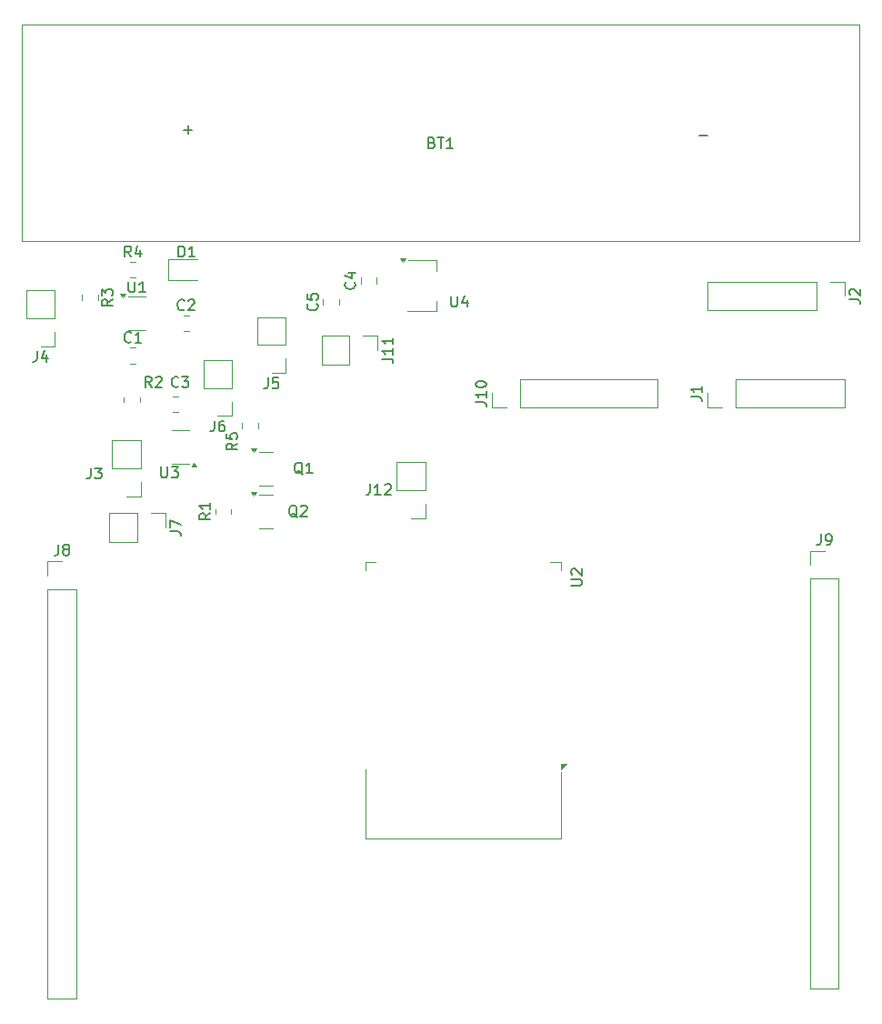
<source format=gbr>
%TF.GenerationSoftware,KiCad,Pcbnew,8.0.1*%
%TF.CreationDate,2024-04-05T23:37:33+02:00*%
%TF.ProjectId,power_system_board,706f7765-725f-4737-9973-74656d5f626f,rev?*%
%TF.SameCoordinates,Original*%
%TF.FileFunction,Legend,Top*%
%TF.FilePolarity,Positive*%
%FSLAX46Y46*%
G04 Gerber Fmt 4.6, Leading zero omitted, Abs format (unit mm)*
G04 Created by KiCad (PCBNEW 8.0.1) date 2024-04-05 23:37:33*
%MOMM*%
%LPD*%
G01*
G04 APERTURE LIST*
%ADD10C,0.150000*%
%ADD11C,0.120000*%
G04 APERTURE END LIST*
D10*
X142836779Y-57988866D02*
X143598684Y-57988866D01*
X94836779Y-57488866D02*
X95598684Y-57488866D01*
X95217731Y-57869819D02*
X95217731Y-57107914D01*
X119738095Y-72954819D02*
X119738095Y-73764342D01*
X119738095Y-73764342D02*
X119785714Y-73859580D01*
X119785714Y-73859580D02*
X119833333Y-73907200D01*
X119833333Y-73907200D02*
X119928571Y-73954819D01*
X119928571Y-73954819D02*
X120119047Y-73954819D01*
X120119047Y-73954819D02*
X120214285Y-73907200D01*
X120214285Y-73907200D02*
X120261904Y-73859580D01*
X120261904Y-73859580D02*
X120309523Y-73764342D01*
X120309523Y-73764342D02*
X120309523Y-72954819D01*
X121214285Y-73288152D02*
X121214285Y-73954819D01*
X120976190Y-72907200D02*
X120738095Y-73621485D01*
X120738095Y-73621485D02*
X121357142Y-73621485D01*
X92738095Y-88854819D02*
X92738095Y-89664342D01*
X92738095Y-89664342D02*
X92785714Y-89759580D01*
X92785714Y-89759580D02*
X92833333Y-89807200D01*
X92833333Y-89807200D02*
X92928571Y-89854819D01*
X92928571Y-89854819D02*
X93119047Y-89854819D01*
X93119047Y-89854819D02*
X93214285Y-89807200D01*
X93214285Y-89807200D02*
X93261904Y-89759580D01*
X93261904Y-89759580D02*
X93309523Y-89664342D01*
X93309523Y-89664342D02*
X93309523Y-88854819D01*
X93690476Y-88854819D02*
X94309523Y-88854819D01*
X94309523Y-88854819D02*
X93976190Y-89235771D01*
X93976190Y-89235771D02*
X94119047Y-89235771D01*
X94119047Y-89235771D02*
X94214285Y-89283390D01*
X94214285Y-89283390D02*
X94261904Y-89331009D01*
X94261904Y-89331009D02*
X94309523Y-89426247D01*
X94309523Y-89426247D02*
X94309523Y-89664342D01*
X94309523Y-89664342D02*
X94261904Y-89759580D01*
X94261904Y-89759580D02*
X94214285Y-89807200D01*
X94214285Y-89807200D02*
X94119047Y-89854819D01*
X94119047Y-89854819D02*
X93833333Y-89854819D01*
X93833333Y-89854819D02*
X93738095Y-89807200D01*
X93738095Y-89807200D02*
X93690476Y-89759580D01*
X130909819Y-99896904D02*
X131719342Y-99896904D01*
X131719342Y-99896904D02*
X131814580Y-99849285D01*
X131814580Y-99849285D02*
X131862200Y-99801666D01*
X131862200Y-99801666D02*
X131909819Y-99706428D01*
X131909819Y-99706428D02*
X131909819Y-99515952D01*
X131909819Y-99515952D02*
X131862200Y-99420714D01*
X131862200Y-99420714D02*
X131814580Y-99373095D01*
X131814580Y-99373095D02*
X131719342Y-99325476D01*
X131719342Y-99325476D02*
X130909819Y-99325476D01*
X131005057Y-98896904D02*
X130957438Y-98849285D01*
X130957438Y-98849285D02*
X130909819Y-98754047D01*
X130909819Y-98754047D02*
X130909819Y-98515952D01*
X130909819Y-98515952D02*
X130957438Y-98420714D01*
X130957438Y-98420714D02*
X131005057Y-98373095D01*
X131005057Y-98373095D02*
X131100295Y-98325476D01*
X131100295Y-98325476D02*
X131195533Y-98325476D01*
X131195533Y-98325476D02*
X131338390Y-98373095D01*
X131338390Y-98373095D02*
X131909819Y-98944523D01*
X131909819Y-98944523D02*
X131909819Y-98325476D01*
X89700595Y-71604819D02*
X89700595Y-72414342D01*
X89700595Y-72414342D02*
X89748214Y-72509580D01*
X89748214Y-72509580D02*
X89795833Y-72557200D01*
X89795833Y-72557200D02*
X89891071Y-72604819D01*
X89891071Y-72604819D02*
X90081547Y-72604819D01*
X90081547Y-72604819D02*
X90176785Y-72557200D01*
X90176785Y-72557200D02*
X90224404Y-72509580D01*
X90224404Y-72509580D02*
X90272023Y-72414342D01*
X90272023Y-72414342D02*
X90272023Y-71604819D01*
X91272023Y-72604819D02*
X90700595Y-72604819D01*
X90986309Y-72604819D02*
X90986309Y-71604819D01*
X90986309Y-71604819D02*
X90891071Y-71747676D01*
X90891071Y-71747676D02*
X90795833Y-71842914D01*
X90795833Y-71842914D02*
X90700595Y-71890533D01*
X99804819Y-86666666D02*
X99328628Y-86999999D01*
X99804819Y-87238094D02*
X98804819Y-87238094D01*
X98804819Y-87238094D02*
X98804819Y-86857142D01*
X98804819Y-86857142D02*
X98852438Y-86761904D01*
X98852438Y-86761904D02*
X98900057Y-86714285D01*
X98900057Y-86714285D02*
X98995295Y-86666666D01*
X98995295Y-86666666D02*
X99138152Y-86666666D01*
X99138152Y-86666666D02*
X99233390Y-86714285D01*
X99233390Y-86714285D02*
X99281009Y-86761904D01*
X99281009Y-86761904D02*
X99328628Y-86857142D01*
X99328628Y-86857142D02*
X99328628Y-87238094D01*
X98804819Y-85761904D02*
X98804819Y-86238094D01*
X98804819Y-86238094D02*
X99281009Y-86285713D01*
X99281009Y-86285713D02*
X99233390Y-86238094D01*
X99233390Y-86238094D02*
X99185771Y-86142856D01*
X99185771Y-86142856D02*
X99185771Y-85904761D01*
X99185771Y-85904761D02*
X99233390Y-85809523D01*
X99233390Y-85809523D02*
X99281009Y-85761904D01*
X99281009Y-85761904D02*
X99376247Y-85714285D01*
X99376247Y-85714285D02*
X99614342Y-85714285D01*
X99614342Y-85714285D02*
X99709580Y-85761904D01*
X99709580Y-85761904D02*
X99757200Y-85809523D01*
X99757200Y-85809523D02*
X99804819Y-85904761D01*
X99804819Y-85904761D02*
X99804819Y-86142856D01*
X99804819Y-86142856D02*
X99757200Y-86238094D01*
X99757200Y-86238094D02*
X99709580Y-86285713D01*
X89933333Y-69304819D02*
X89600000Y-68828628D01*
X89361905Y-69304819D02*
X89361905Y-68304819D01*
X89361905Y-68304819D02*
X89742857Y-68304819D01*
X89742857Y-68304819D02*
X89838095Y-68352438D01*
X89838095Y-68352438D02*
X89885714Y-68400057D01*
X89885714Y-68400057D02*
X89933333Y-68495295D01*
X89933333Y-68495295D02*
X89933333Y-68638152D01*
X89933333Y-68638152D02*
X89885714Y-68733390D01*
X89885714Y-68733390D02*
X89838095Y-68781009D01*
X89838095Y-68781009D02*
X89742857Y-68828628D01*
X89742857Y-68828628D02*
X89361905Y-68828628D01*
X90790476Y-68638152D02*
X90790476Y-69304819D01*
X90552381Y-68257200D02*
X90314286Y-68971485D01*
X90314286Y-68971485D02*
X90933333Y-68971485D01*
X88204819Y-73254166D02*
X87728628Y-73587499D01*
X88204819Y-73825594D02*
X87204819Y-73825594D01*
X87204819Y-73825594D02*
X87204819Y-73444642D01*
X87204819Y-73444642D02*
X87252438Y-73349404D01*
X87252438Y-73349404D02*
X87300057Y-73301785D01*
X87300057Y-73301785D02*
X87395295Y-73254166D01*
X87395295Y-73254166D02*
X87538152Y-73254166D01*
X87538152Y-73254166D02*
X87633390Y-73301785D01*
X87633390Y-73301785D02*
X87681009Y-73349404D01*
X87681009Y-73349404D02*
X87728628Y-73444642D01*
X87728628Y-73444642D02*
X87728628Y-73825594D01*
X87204819Y-72920832D02*
X87204819Y-72301785D01*
X87204819Y-72301785D02*
X87585771Y-72635118D01*
X87585771Y-72635118D02*
X87585771Y-72492261D01*
X87585771Y-72492261D02*
X87633390Y-72397023D01*
X87633390Y-72397023D02*
X87681009Y-72349404D01*
X87681009Y-72349404D02*
X87776247Y-72301785D01*
X87776247Y-72301785D02*
X88014342Y-72301785D01*
X88014342Y-72301785D02*
X88109580Y-72349404D01*
X88109580Y-72349404D02*
X88157200Y-72397023D01*
X88157200Y-72397023D02*
X88204819Y-72492261D01*
X88204819Y-72492261D02*
X88204819Y-72777975D01*
X88204819Y-72777975D02*
X88157200Y-72873213D01*
X88157200Y-72873213D02*
X88109580Y-72920832D01*
X91833333Y-81454819D02*
X91500000Y-80978628D01*
X91261905Y-81454819D02*
X91261905Y-80454819D01*
X91261905Y-80454819D02*
X91642857Y-80454819D01*
X91642857Y-80454819D02*
X91738095Y-80502438D01*
X91738095Y-80502438D02*
X91785714Y-80550057D01*
X91785714Y-80550057D02*
X91833333Y-80645295D01*
X91833333Y-80645295D02*
X91833333Y-80788152D01*
X91833333Y-80788152D02*
X91785714Y-80883390D01*
X91785714Y-80883390D02*
X91738095Y-80931009D01*
X91738095Y-80931009D02*
X91642857Y-80978628D01*
X91642857Y-80978628D02*
X91261905Y-80978628D01*
X92214286Y-80550057D02*
X92261905Y-80502438D01*
X92261905Y-80502438D02*
X92357143Y-80454819D01*
X92357143Y-80454819D02*
X92595238Y-80454819D01*
X92595238Y-80454819D02*
X92690476Y-80502438D01*
X92690476Y-80502438D02*
X92738095Y-80550057D01*
X92738095Y-80550057D02*
X92785714Y-80645295D01*
X92785714Y-80645295D02*
X92785714Y-80740533D01*
X92785714Y-80740533D02*
X92738095Y-80883390D01*
X92738095Y-80883390D02*
X92166667Y-81454819D01*
X92166667Y-81454819D02*
X92785714Y-81454819D01*
X97304819Y-93166666D02*
X96828628Y-93499999D01*
X97304819Y-93738094D02*
X96304819Y-93738094D01*
X96304819Y-93738094D02*
X96304819Y-93357142D01*
X96304819Y-93357142D02*
X96352438Y-93261904D01*
X96352438Y-93261904D02*
X96400057Y-93214285D01*
X96400057Y-93214285D02*
X96495295Y-93166666D01*
X96495295Y-93166666D02*
X96638152Y-93166666D01*
X96638152Y-93166666D02*
X96733390Y-93214285D01*
X96733390Y-93214285D02*
X96781009Y-93261904D01*
X96781009Y-93261904D02*
X96828628Y-93357142D01*
X96828628Y-93357142D02*
X96828628Y-93738094D01*
X97304819Y-92214285D02*
X97304819Y-92785713D01*
X97304819Y-92499999D02*
X96304819Y-92499999D01*
X96304819Y-92499999D02*
X96447676Y-92595237D01*
X96447676Y-92595237D02*
X96542914Y-92690475D01*
X96542914Y-92690475D02*
X96590533Y-92785713D01*
X105404761Y-93550057D02*
X105309523Y-93502438D01*
X105309523Y-93502438D02*
X105214285Y-93407200D01*
X105214285Y-93407200D02*
X105071428Y-93264342D01*
X105071428Y-93264342D02*
X104976190Y-93216723D01*
X104976190Y-93216723D02*
X104880952Y-93216723D01*
X104928571Y-93454819D02*
X104833333Y-93407200D01*
X104833333Y-93407200D02*
X104738095Y-93311961D01*
X104738095Y-93311961D02*
X104690476Y-93121485D01*
X104690476Y-93121485D02*
X104690476Y-92788152D01*
X104690476Y-92788152D02*
X104738095Y-92597676D01*
X104738095Y-92597676D02*
X104833333Y-92502438D01*
X104833333Y-92502438D02*
X104928571Y-92454819D01*
X104928571Y-92454819D02*
X105119047Y-92454819D01*
X105119047Y-92454819D02*
X105214285Y-92502438D01*
X105214285Y-92502438D02*
X105309523Y-92597676D01*
X105309523Y-92597676D02*
X105357142Y-92788152D01*
X105357142Y-92788152D02*
X105357142Y-93121485D01*
X105357142Y-93121485D02*
X105309523Y-93311961D01*
X105309523Y-93311961D02*
X105214285Y-93407200D01*
X105214285Y-93407200D02*
X105119047Y-93454819D01*
X105119047Y-93454819D02*
X104928571Y-93454819D01*
X105738095Y-92550057D02*
X105785714Y-92502438D01*
X105785714Y-92502438D02*
X105880952Y-92454819D01*
X105880952Y-92454819D02*
X106119047Y-92454819D01*
X106119047Y-92454819D02*
X106214285Y-92502438D01*
X106214285Y-92502438D02*
X106261904Y-92550057D01*
X106261904Y-92550057D02*
X106309523Y-92645295D01*
X106309523Y-92645295D02*
X106309523Y-92740533D01*
X106309523Y-92740533D02*
X106261904Y-92883390D01*
X106261904Y-92883390D02*
X105690476Y-93454819D01*
X105690476Y-93454819D02*
X106309523Y-93454819D01*
X105904761Y-89550057D02*
X105809523Y-89502438D01*
X105809523Y-89502438D02*
X105714285Y-89407200D01*
X105714285Y-89407200D02*
X105571428Y-89264342D01*
X105571428Y-89264342D02*
X105476190Y-89216723D01*
X105476190Y-89216723D02*
X105380952Y-89216723D01*
X105428571Y-89454819D02*
X105333333Y-89407200D01*
X105333333Y-89407200D02*
X105238095Y-89311961D01*
X105238095Y-89311961D02*
X105190476Y-89121485D01*
X105190476Y-89121485D02*
X105190476Y-88788152D01*
X105190476Y-88788152D02*
X105238095Y-88597676D01*
X105238095Y-88597676D02*
X105333333Y-88502438D01*
X105333333Y-88502438D02*
X105428571Y-88454819D01*
X105428571Y-88454819D02*
X105619047Y-88454819D01*
X105619047Y-88454819D02*
X105714285Y-88502438D01*
X105714285Y-88502438D02*
X105809523Y-88597676D01*
X105809523Y-88597676D02*
X105857142Y-88788152D01*
X105857142Y-88788152D02*
X105857142Y-89121485D01*
X105857142Y-89121485D02*
X105809523Y-89311961D01*
X105809523Y-89311961D02*
X105714285Y-89407200D01*
X105714285Y-89407200D02*
X105619047Y-89454819D01*
X105619047Y-89454819D02*
X105428571Y-89454819D01*
X106809523Y-89454819D02*
X106238095Y-89454819D01*
X106523809Y-89454819D02*
X106523809Y-88454819D01*
X106523809Y-88454819D02*
X106428571Y-88597676D01*
X106428571Y-88597676D02*
X106333333Y-88692914D01*
X106333333Y-88692914D02*
X106238095Y-88740533D01*
X112190476Y-90454819D02*
X112190476Y-91169104D01*
X112190476Y-91169104D02*
X112142857Y-91311961D01*
X112142857Y-91311961D02*
X112047619Y-91407200D01*
X112047619Y-91407200D02*
X111904762Y-91454819D01*
X111904762Y-91454819D02*
X111809524Y-91454819D01*
X113190476Y-91454819D02*
X112619048Y-91454819D01*
X112904762Y-91454819D02*
X112904762Y-90454819D01*
X112904762Y-90454819D02*
X112809524Y-90597676D01*
X112809524Y-90597676D02*
X112714286Y-90692914D01*
X112714286Y-90692914D02*
X112619048Y-90740533D01*
X113571429Y-90550057D02*
X113619048Y-90502438D01*
X113619048Y-90502438D02*
X113714286Y-90454819D01*
X113714286Y-90454819D02*
X113952381Y-90454819D01*
X113952381Y-90454819D02*
X114047619Y-90502438D01*
X114047619Y-90502438D02*
X114095238Y-90550057D01*
X114095238Y-90550057D02*
X114142857Y-90645295D01*
X114142857Y-90645295D02*
X114142857Y-90740533D01*
X114142857Y-90740533D02*
X114095238Y-90883390D01*
X114095238Y-90883390D02*
X113523810Y-91454819D01*
X113523810Y-91454819D02*
X114142857Y-91454819D01*
X113324819Y-78809523D02*
X114039104Y-78809523D01*
X114039104Y-78809523D02*
X114181961Y-78857142D01*
X114181961Y-78857142D02*
X114277200Y-78952380D01*
X114277200Y-78952380D02*
X114324819Y-79095237D01*
X114324819Y-79095237D02*
X114324819Y-79190475D01*
X114324819Y-77809523D02*
X114324819Y-78380951D01*
X114324819Y-78095237D02*
X113324819Y-78095237D01*
X113324819Y-78095237D02*
X113467676Y-78190475D01*
X113467676Y-78190475D02*
X113562914Y-78285713D01*
X113562914Y-78285713D02*
X113610533Y-78380951D01*
X114324819Y-76857142D02*
X114324819Y-77428570D01*
X114324819Y-77142856D02*
X113324819Y-77142856D01*
X113324819Y-77142856D02*
X113467676Y-77238094D01*
X113467676Y-77238094D02*
X113562914Y-77333332D01*
X113562914Y-77333332D02*
X113610533Y-77428570D01*
X122004819Y-82809523D02*
X122719104Y-82809523D01*
X122719104Y-82809523D02*
X122861961Y-82857142D01*
X122861961Y-82857142D02*
X122957200Y-82952380D01*
X122957200Y-82952380D02*
X123004819Y-83095237D01*
X123004819Y-83095237D02*
X123004819Y-83190475D01*
X123004819Y-81809523D02*
X123004819Y-82380951D01*
X123004819Y-82095237D02*
X122004819Y-82095237D01*
X122004819Y-82095237D02*
X122147676Y-82190475D01*
X122147676Y-82190475D02*
X122242914Y-82285713D01*
X122242914Y-82285713D02*
X122290533Y-82380951D01*
X122004819Y-81190475D02*
X122004819Y-81095237D01*
X122004819Y-81095237D02*
X122052438Y-80999999D01*
X122052438Y-80999999D02*
X122100057Y-80952380D01*
X122100057Y-80952380D02*
X122195295Y-80904761D01*
X122195295Y-80904761D02*
X122385771Y-80857142D01*
X122385771Y-80857142D02*
X122623866Y-80857142D01*
X122623866Y-80857142D02*
X122814342Y-80904761D01*
X122814342Y-80904761D02*
X122909580Y-80952380D01*
X122909580Y-80952380D02*
X122957200Y-80999999D01*
X122957200Y-80999999D02*
X123004819Y-81095237D01*
X123004819Y-81095237D02*
X123004819Y-81190475D01*
X123004819Y-81190475D02*
X122957200Y-81285713D01*
X122957200Y-81285713D02*
X122909580Y-81333332D01*
X122909580Y-81333332D02*
X122814342Y-81380951D01*
X122814342Y-81380951D02*
X122623866Y-81428570D01*
X122623866Y-81428570D02*
X122385771Y-81428570D01*
X122385771Y-81428570D02*
X122195295Y-81380951D01*
X122195295Y-81380951D02*
X122100057Y-81333332D01*
X122100057Y-81333332D02*
X122052438Y-81285713D01*
X122052438Y-81285713D02*
X122004819Y-81190475D01*
X154166666Y-95124819D02*
X154166666Y-95839104D01*
X154166666Y-95839104D02*
X154119047Y-95981961D01*
X154119047Y-95981961D02*
X154023809Y-96077200D01*
X154023809Y-96077200D02*
X153880952Y-96124819D01*
X153880952Y-96124819D02*
X153785714Y-96124819D01*
X154690476Y-96124819D02*
X154880952Y-96124819D01*
X154880952Y-96124819D02*
X154976190Y-96077200D01*
X154976190Y-96077200D02*
X155023809Y-96029580D01*
X155023809Y-96029580D02*
X155119047Y-95886723D01*
X155119047Y-95886723D02*
X155166666Y-95696247D01*
X155166666Y-95696247D02*
X155166666Y-95315295D01*
X155166666Y-95315295D02*
X155119047Y-95220057D01*
X155119047Y-95220057D02*
X155071428Y-95172438D01*
X155071428Y-95172438D02*
X154976190Y-95124819D01*
X154976190Y-95124819D02*
X154785714Y-95124819D01*
X154785714Y-95124819D02*
X154690476Y-95172438D01*
X154690476Y-95172438D02*
X154642857Y-95220057D01*
X154642857Y-95220057D02*
X154595238Y-95315295D01*
X154595238Y-95315295D02*
X154595238Y-95553390D01*
X154595238Y-95553390D02*
X154642857Y-95648628D01*
X154642857Y-95648628D02*
X154690476Y-95696247D01*
X154690476Y-95696247D02*
X154785714Y-95743866D01*
X154785714Y-95743866D02*
X154976190Y-95743866D01*
X154976190Y-95743866D02*
X155071428Y-95696247D01*
X155071428Y-95696247D02*
X155119047Y-95648628D01*
X155119047Y-95648628D02*
X155166666Y-95553390D01*
X83166666Y-96084819D02*
X83166666Y-96799104D01*
X83166666Y-96799104D02*
X83119047Y-96941961D01*
X83119047Y-96941961D02*
X83023809Y-97037200D01*
X83023809Y-97037200D02*
X82880952Y-97084819D01*
X82880952Y-97084819D02*
X82785714Y-97084819D01*
X83785714Y-96513390D02*
X83690476Y-96465771D01*
X83690476Y-96465771D02*
X83642857Y-96418152D01*
X83642857Y-96418152D02*
X83595238Y-96322914D01*
X83595238Y-96322914D02*
X83595238Y-96275295D01*
X83595238Y-96275295D02*
X83642857Y-96180057D01*
X83642857Y-96180057D02*
X83690476Y-96132438D01*
X83690476Y-96132438D02*
X83785714Y-96084819D01*
X83785714Y-96084819D02*
X83976190Y-96084819D01*
X83976190Y-96084819D02*
X84071428Y-96132438D01*
X84071428Y-96132438D02*
X84119047Y-96180057D01*
X84119047Y-96180057D02*
X84166666Y-96275295D01*
X84166666Y-96275295D02*
X84166666Y-96322914D01*
X84166666Y-96322914D02*
X84119047Y-96418152D01*
X84119047Y-96418152D02*
X84071428Y-96465771D01*
X84071428Y-96465771D02*
X83976190Y-96513390D01*
X83976190Y-96513390D02*
X83785714Y-96513390D01*
X83785714Y-96513390D02*
X83690476Y-96561009D01*
X83690476Y-96561009D02*
X83642857Y-96608628D01*
X83642857Y-96608628D02*
X83595238Y-96703866D01*
X83595238Y-96703866D02*
X83595238Y-96894342D01*
X83595238Y-96894342D02*
X83642857Y-96989580D01*
X83642857Y-96989580D02*
X83690476Y-97037200D01*
X83690476Y-97037200D02*
X83785714Y-97084819D01*
X83785714Y-97084819D02*
X83976190Y-97084819D01*
X83976190Y-97084819D02*
X84071428Y-97037200D01*
X84071428Y-97037200D02*
X84119047Y-96989580D01*
X84119047Y-96989580D02*
X84166666Y-96894342D01*
X84166666Y-96894342D02*
X84166666Y-96703866D01*
X84166666Y-96703866D02*
X84119047Y-96608628D01*
X84119047Y-96608628D02*
X84071428Y-96561009D01*
X84071428Y-96561009D02*
X83976190Y-96513390D01*
X93559819Y-94833333D02*
X94274104Y-94833333D01*
X94274104Y-94833333D02*
X94416961Y-94880952D01*
X94416961Y-94880952D02*
X94512200Y-94976190D01*
X94512200Y-94976190D02*
X94559819Y-95119047D01*
X94559819Y-95119047D02*
X94559819Y-95214285D01*
X93559819Y-94452380D02*
X93559819Y-93785714D01*
X93559819Y-93785714D02*
X94559819Y-94214285D01*
X97666666Y-84559819D02*
X97666666Y-85274104D01*
X97666666Y-85274104D02*
X97619047Y-85416961D01*
X97619047Y-85416961D02*
X97523809Y-85512200D01*
X97523809Y-85512200D02*
X97380952Y-85559819D01*
X97380952Y-85559819D02*
X97285714Y-85559819D01*
X98571428Y-84559819D02*
X98380952Y-84559819D01*
X98380952Y-84559819D02*
X98285714Y-84607438D01*
X98285714Y-84607438D02*
X98238095Y-84655057D01*
X98238095Y-84655057D02*
X98142857Y-84797914D01*
X98142857Y-84797914D02*
X98095238Y-84988390D01*
X98095238Y-84988390D02*
X98095238Y-85369342D01*
X98095238Y-85369342D02*
X98142857Y-85464580D01*
X98142857Y-85464580D02*
X98190476Y-85512200D01*
X98190476Y-85512200D02*
X98285714Y-85559819D01*
X98285714Y-85559819D02*
X98476190Y-85559819D01*
X98476190Y-85559819D02*
X98571428Y-85512200D01*
X98571428Y-85512200D02*
X98619047Y-85464580D01*
X98619047Y-85464580D02*
X98666666Y-85369342D01*
X98666666Y-85369342D02*
X98666666Y-85131247D01*
X98666666Y-85131247D02*
X98619047Y-85036009D01*
X98619047Y-85036009D02*
X98571428Y-84988390D01*
X98571428Y-84988390D02*
X98476190Y-84940771D01*
X98476190Y-84940771D02*
X98285714Y-84940771D01*
X98285714Y-84940771D02*
X98190476Y-84988390D01*
X98190476Y-84988390D02*
X98142857Y-85036009D01*
X98142857Y-85036009D02*
X98095238Y-85131247D01*
X102666666Y-80559819D02*
X102666666Y-81274104D01*
X102666666Y-81274104D02*
X102619047Y-81416961D01*
X102619047Y-81416961D02*
X102523809Y-81512200D01*
X102523809Y-81512200D02*
X102380952Y-81559819D01*
X102380952Y-81559819D02*
X102285714Y-81559819D01*
X103619047Y-80559819D02*
X103142857Y-80559819D01*
X103142857Y-80559819D02*
X103095238Y-81036009D01*
X103095238Y-81036009D02*
X103142857Y-80988390D01*
X103142857Y-80988390D02*
X103238095Y-80940771D01*
X103238095Y-80940771D02*
X103476190Y-80940771D01*
X103476190Y-80940771D02*
X103571428Y-80988390D01*
X103571428Y-80988390D02*
X103619047Y-81036009D01*
X103619047Y-81036009D02*
X103666666Y-81131247D01*
X103666666Y-81131247D02*
X103666666Y-81369342D01*
X103666666Y-81369342D02*
X103619047Y-81464580D01*
X103619047Y-81464580D02*
X103571428Y-81512200D01*
X103571428Y-81512200D02*
X103476190Y-81559819D01*
X103476190Y-81559819D02*
X103238095Y-81559819D01*
X103238095Y-81559819D02*
X103142857Y-81512200D01*
X103142857Y-81512200D02*
X103095238Y-81464580D01*
X81166666Y-78059819D02*
X81166666Y-78774104D01*
X81166666Y-78774104D02*
X81119047Y-78916961D01*
X81119047Y-78916961D02*
X81023809Y-79012200D01*
X81023809Y-79012200D02*
X80880952Y-79059819D01*
X80880952Y-79059819D02*
X80785714Y-79059819D01*
X82071428Y-78393152D02*
X82071428Y-79059819D01*
X81833333Y-78012200D02*
X81595238Y-78726485D01*
X81595238Y-78726485D02*
X82214285Y-78726485D01*
X86166666Y-88954819D02*
X86166666Y-89669104D01*
X86166666Y-89669104D02*
X86119047Y-89811961D01*
X86119047Y-89811961D02*
X86023809Y-89907200D01*
X86023809Y-89907200D02*
X85880952Y-89954819D01*
X85880952Y-89954819D02*
X85785714Y-89954819D01*
X86547619Y-88954819D02*
X87166666Y-88954819D01*
X87166666Y-88954819D02*
X86833333Y-89335771D01*
X86833333Y-89335771D02*
X86976190Y-89335771D01*
X86976190Y-89335771D02*
X87071428Y-89383390D01*
X87071428Y-89383390D02*
X87119047Y-89431009D01*
X87119047Y-89431009D02*
X87166666Y-89526247D01*
X87166666Y-89526247D02*
X87166666Y-89764342D01*
X87166666Y-89764342D02*
X87119047Y-89859580D01*
X87119047Y-89859580D02*
X87071428Y-89907200D01*
X87071428Y-89907200D02*
X86976190Y-89954819D01*
X86976190Y-89954819D02*
X86690476Y-89954819D01*
X86690476Y-89954819D02*
X86595238Y-89907200D01*
X86595238Y-89907200D02*
X86547619Y-89859580D01*
X156829819Y-73275833D02*
X157544104Y-73275833D01*
X157544104Y-73275833D02*
X157686961Y-73323452D01*
X157686961Y-73323452D02*
X157782200Y-73418690D01*
X157782200Y-73418690D02*
X157829819Y-73561547D01*
X157829819Y-73561547D02*
X157829819Y-73656785D01*
X156925057Y-72847261D02*
X156877438Y-72799642D01*
X156877438Y-72799642D02*
X156829819Y-72704404D01*
X156829819Y-72704404D02*
X156829819Y-72466309D01*
X156829819Y-72466309D02*
X156877438Y-72371071D01*
X156877438Y-72371071D02*
X156925057Y-72323452D01*
X156925057Y-72323452D02*
X157020295Y-72275833D01*
X157020295Y-72275833D02*
X157115533Y-72275833D01*
X157115533Y-72275833D02*
X157258390Y-72323452D01*
X157258390Y-72323452D02*
X157829819Y-72894880D01*
X157829819Y-72894880D02*
X157829819Y-72275833D01*
X142049819Y-82333333D02*
X142764104Y-82333333D01*
X142764104Y-82333333D02*
X142906961Y-82380952D01*
X142906961Y-82380952D02*
X143002200Y-82476190D01*
X143002200Y-82476190D02*
X143049819Y-82619047D01*
X143049819Y-82619047D02*
X143049819Y-82714285D01*
X143049819Y-81333333D02*
X143049819Y-81904761D01*
X143049819Y-81619047D02*
X142049819Y-81619047D01*
X142049819Y-81619047D02*
X142192676Y-81714285D01*
X142192676Y-81714285D02*
X142287914Y-81809523D01*
X142287914Y-81809523D02*
X142335533Y-81904761D01*
X94361905Y-69304819D02*
X94361905Y-68304819D01*
X94361905Y-68304819D02*
X94600000Y-68304819D01*
X94600000Y-68304819D02*
X94742857Y-68352438D01*
X94742857Y-68352438D02*
X94838095Y-68447676D01*
X94838095Y-68447676D02*
X94885714Y-68542914D01*
X94885714Y-68542914D02*
X94933333Y-68733390D01*
X94933333Y-68733390D02*
X94933333Y-68876247D01*
X94933333Y-68876247D02*
X94885714Y-69066723D01*
X94885714Y-69066723D02*
X94838095Y-69161961D01*
X94838095Y-69161961D02*
X94742857Y-69257200D01*
X94742857Y-69257200D02*
X94600000Y-69304819D01*
X94600000Y-69304819D02*
X94361905Y-69304819D01*
X95885714Y-69304819D02*
X95314286Y-69304819D01*
X95600000Y-69304819D02*
X95600000Y-68304819D01*
X95600000Y-68304819D02*
X95504762Y-68447676D01*
X95504762Y-68447676D02*
X95409524Y-68542914D01*
X95409524Y-68542914D02*
X95314286Y-68590533D01*
X107229580Y-73666666D02*
X107277200Y-73714285D01*
X107277200Y-73714285D02*
X107324819Y-73857142D01*
X107324819Y-73857142D02*
X107324819Y-73952380D01*
X107324819Y-73952380D02*
X107277200Y-74095237D01*
X107277200Y-74095237D02*
X107181961Y-74190475D01*
X107181961Y-74190475D02*
X107086723Y-74238094D01*
X107086723Y-74238094D02*
X106896247Y-74285713D01*
X106896247Y-74285713D02*
X106753390Y-74285713D01*
X106753390Y-74285713D02*
X106562914Y-74238094D01*
X106562914Y-74238094D02*
X106467676Y-74190475D01*
X106467676Y-74190475D02*
X106372438Y-74095237D01*
X106372438Y-74095237D02*
X106324819Y-73952380D01*
X106324819Y-73952380D02*
X106324819Y-73857142D01*
X106324819Y-73857142D02*
X106372438Y-73714285D01*
X106372438Y-73714285D02*
X106420057Y-73666666D01*
X106324819Y-72761904D02*
X106324819Y-73238094D01*
X106324819Y-73238094D02*
X106801009Y-73285713D01*
X106801009Y-73285713D02*
X106753390Y-73238094D01*
X106753390Y-73238094D02*
X106705771Y-73142856D01*
X106705771Y-73142856D02*
X106705771Y-72904761D01*
X106705771Y-72904761D02*
X106753390Y-72809523D01*
X106753390Y-72809523D02*
X106801009Y-72761904D01*
X106801009Y-72761904D02*
X106896247Y-72714285D01*
X106896247Y-72714285D02*
X107134342Y-72714285D01*
X107134342Y-72714285D02*
X107229580Y-72761904D01*
X107229580Y-72761904D02*
X107277200Y-72809523D01*
X107277200Y-72809523D02*
X107324819Y-72904761D01*
X107324819Y-72904761D02*
X107324819Y-73142856D01*
X107324819Y-73142856D02*
X107277200Y-73238094D01*
X107277200Y-73238094D02*
X107229580Y-73285713D01*
X110729580Y-71666666D02*
X110777200Y-71714285D01*
X110777200Y-71714285D02*
X110824819Y-71857142D01*
X110824819Y-71857142D02*
X110824819Y-71952380D01*
X110824819Y-71952380D02*
X110777200Y-72095237D01*
X110777200Y-72095237D02*
X110681961Y-72190475D01*
X110681961Y-72190475D02*
X110586723Y-72238094D01*
X110586723Y-72238094D02*
X110396247Y-72285713D01*
X110396247Y-72285713D02*
X110253390Y-72285713D01*
X110253390Y-72285713D02*
X110062914Y-72238094D01*
X110062914Y-72238094D02*
X109967676Y-72190475D01*
X109967676Y-72190475D02*
X109872438Y-72095237D01*
X109872438Y-72095237D02*
X109824819Y-71952380D01*
X109824819Y-71952380D02*
X109824819Y-71857142D01*
X109824819Y-71857142D02*
X109872438Y-71714285D01*
X109872438Y-71714285D02*
X109920057Y-71666666D01*
X110158152Y-70809523D02*
X110824819Y-70809523D01*
X109777200Y-71047618D02*
X110491485Y-71285713D01*
X110491485Y-71285713D02*
X110491485Y-70666666D01*
X94333333Y-81359580D02*
X94285714Y-81407200D01*
X94285714Y-81407200D02*
X94142857Y-81454819D01*
X94142857Y-81454819D02*
X94047619Y-81454819D01*
X94047619Y-81454819D02*
X93904762Y-81407200D01*
X93904762Y-81407200D02*
X93809524Y-81311961D01*
X93809524Y-81311961D02*
X93761905Y-81216723D01*
X93761905Y-81216723D02*
X93714286Y-81026247D01*
X93714286Y-81026247D02*
X93714286Y-80883390D01*
X93714286Y-80883390D02*
X93761905Y-80692914D01*
X93761905Y-80692914D02*
X93809524Y-80597676D01*
X93809524Y-80597676D02*
X93904762Y-80502438D01*
X93904762Y-80502438D02*
X94047619Y-80454819D01*
X94047619Y-80454819D02*
X94142857Y-80454819D01*
X94142857Y-80454819D02*
X94285714Y-80502438D01*
X94285714Y-80502438D02*
X94333333Y-80550057D01*
X94666667Y-80454819D02*
X95285714Y-80454819D01*
X95285714Y-80454819D02*
X94952381Y-80835771D01*
X94952381Y-80835771D02*
X95095238Y-80835771D01*
X95095238Y-80835771D02*
X95190476Y-80883390D01*
X95190476Y-80883390D02*
X95238095Y-80931009D01*
X95238095Y-80931009D02*
X95285714Y-81026247D01*
X95285714Y-81026247D02*
X95285714Y-81264342D01*
X95285714Y-81264342D02*
X95238095Y-81359580D01*
X95238095Y-81359580D02*
X95190476Y-81407200D01*
X95190476Y-81407200D02*
X95095238Y-81454819D01*
X95095238Y-81454819D02*
X94809524Y-81454819D01*
X94809524Y-81454819D02*
X94714286Y-81407200D01*
X94714286Y-81407200D02*
X94666667Y-81359580D01*
X94883333Y-74179580D02*
X94835714Y-74227200D01*
X94835714Y-74227200D02*
X94692857Y-74274819D01*
X94692857Y-74274819D02*
X94597619Y-74274819D01*
X94597619Y-74274819D02*
X94454762Y-74227200D01*
X94454762Y-74227200D02*
X94359524Y-74131961D01*
X94359524Y-74131961D02*
X94311905Y-74036723D01*
X94311905Y-74036723D02*
X94264286Y-73846247D01*
X94264286Y-73846247D02*
X94264286Y-73703390D01*
X94264286Y-73703390D02*
X94311905Y-73512914D01*
X94311905Y-73512914D02*
X94359524Y-73417676D01*
X94359524Y-73417676D02*
X94454762Y-73322438D01*
X94454762Y-73322438D02*
X94597619Y-73274819D01*
X94597619Y-73274819D02*
X94692857Y-73274819D01*
X94692857Y-73274819D02*
X94835714Y-73322438D01*
X94835714Y-73322438D02*
X94883333Y-73370057D01*
X95264286Y-73370057D02*
X95311905Y-73322438D01*
X95311905Y-73322438D02*
X95407143Y-73274819D01*
X95407143Y-73274819D02*
X95645238Y-73274819D01*
X95645238Y-73274819D02*
X95740476Y-73322438D01*
X95740476Y-73322438D02*
X95788095Y-73370057D01*
X95788095Y-73370057D02*
X95835714Y-73465295D01*
X95835714Y-73465295D02*
X95835714Y-73560533D01*
X95835714Y-73560533D02*
X95788095Y-73703390D01*
X95788095Y-73703390D02*
X95216667Y-74274819D01*
X95216667Y-74274819D02*
X95835714Y-74274819D01*
X89933333Y-77179580D02*
X89885714Y-77227200D01*
X89885714Y-77227200D02*
X89742857Y-77274819D01*
X89742857Y-77274819D02*
X89647619Y-77274819D01*
X89647619Y-77274819D02*
X89504762Y-77227200D01*
X89504762Y-77227200D02*
X89409524Y-77131961D01*
X89409524Y-77131961D02*
X89361905Y-77036723D01*
X89361905Y-77036723D02*
X89314286Y-76846247D01*
X89314286Y-76846247D02*
X89314286Y-76703390D01*
X89314286Y-76703390D02*
X89361905Y-76512914D01*
X89361905Y-76512914D02*
X89409524Y-76417676D01*
X89409524Y-76417676D02*
X89504762Y-76322438D01*
X89504762Y-76322438D02*
X89647619Y-76274819D01*
X89647619Y-76274819D02*
X89742857Y-76274819D01*
X89742857Y-76274819D02*
X89885714Y-76322438D01*
X89885714Y-76322438D02*
X89933333Y-76370057D01*
X90885714Y-77274819D02*
X90314286Y-77274819D01*
X90600000Y-77274819D02*
X90600000Y-76274819D01*
X90600000Y-76274819D02*
X90504762Y-76417676D01*
X90504762Y-76417676D02*
X90409524Y-76512914D01*
X90409524Y-76512914D02*
X90314286Y-76560533D01*
X117956785Y-58666009D02*
X118099642Y-58713628D01*
X118099642Y-58713628D02*
X118147261Y-58761247D01*
X118147261Y-58761247D02*
X118194880Y-58856485D01*
X118194880Y-58856485D02*
X118194880Y-58999342D01*
X118194880Y-58999342D02*
X118147261Y-59094580D01*
X118147261Y-59094580D02*
X118099642Y-59142200D01*
X118099642Y-59142200D02*
X118004404Y-59189819D01*
X118004404Y-59189819D02*
X117623452Y-59189819D01*
X117623452Y-59189819D02*
X117623452Y-58189819D01*
X117623452Y-58189819D02*
X117956785Y-58189819D01*
X117956785Y-58189819D02*
X118052023Y-58237438D01*
X118052023Y-58237438D02*
X118099642Y-58285057D01*
X118099642Y-58285057D02*
X118147261Y-58380295D01*
X118147261Y-58380295D02*
X118147261Y-58475533D01*
X118147261Y-58475533D02*
X118099642Y-58570771D01*
X118099642Y-58570771D02*
X118052023Y-58618390D01*
X118052023Y-58618390D02*
X117956785Y-58666009D01*
X117956785Y-58666009D02*
X117623452Y-58666009D01*
X118480595Y-58189819D02*
X119052023Y-58189819D01*
X118766309Y-59189819D02*
X118766309Y-58189819D01*
X119909166Y-59189819D02*
X119337738Y-59189819D01*
X119623452Y-59189819D02*
X119623452Y-58189819D01*
X119623452Y-58189819D02*
X119528214Y-58332676D01*
X119528214Y-58332676D02*
X119432976Y-58427914D01*
X119432976Y-58427914D02*
X119337738Y-58475533D01*
D11*
%TO.C,U4*%
X115780000Y-69640000D02*
X118360000Y-69640000D01*
X118360000Y-70620000D02*
X118360000Y-69640000D01*
X118360000Y-73380000D02*
X118360000Y-74360000D01*
X118360000Y-74360000D02*
X115640000Y-74360000D01*
X115230000Y-69790000D02*
X114990000Y-69460000D01*
X115470000Y-69460000D01*
X115230000Y-69790000D01*
G36*
X115230000Y-69790000D02*
G01*
X114990000Y-69460000D01*
X115470000Y-69460000D01*
X115230000Y-69790000D01*
G37*
%TO.C,U3*%
X94500000Y-88560000D02*
X95300000Y-88560000D01*
X94500000Y-88560000D02*
X93700000Y-88560000D01*
X94500000Y-85440000D02*
X95300000Y-85440000D01*
X94500000Y-85440000D02*
X93700000Y-85440000D01*
X96040000Y-88840000D02*
X95560000Y-88840000D01*
X95800000Y-88510000D01*
X96040000Y-88840000D01*
G36*
X96040000Y-88840000D02*
G01*
X95560000Y-88840000D01*
X95800000Y-88510000D01*
X96040000Y-88840000D01*
G37*
%TO.C,U2*%
X129970000Y-117040000D02*
X129970000Y-116540000D01*
X130470000Y-116540000D01*
X129970000Y-117040000D01*
G36*
X129970000Y-117040000D02*
G01*
X129970000Y-116540000D01*
X130470000Y-116540000D01*
X129970000Y-117040000D01*
G37*
X111725000Y-97685000D02*
X112725000Y-97685000D01*
X111725000Y-98465000D02*
X111725000Y-97685000D01*
X111725000Y-123425000D02*
X111725000Y-117010000D01*
X129965000Y-97685000D02*
X128965000Y-97685000D01*
X129965000Y-98465000D02*
X129965000Y-97685000D01*
X129965000Y-123425000D02*
X111725000Y-123425000D01*
X129965000Y-123425000D02*
X129965000Y-117265000D01*
%TO.C,U1*%
X90462500Y-72990000D02*
X89662500Y-72990000D01*
X90462500Y-72990000D02*
X91262500Y-72990000D01*
X90462500Y-76110000D02*
X89662500Y-76110000D01*
X90462500Y-76110000D02*
X91262500Y-76110000D01*
X89162500Y-73040000D02*
X88922500Y-72710000D01*
X89402500Y-72710000D01*
X89162500Y-73040000D01*
G36*
X89162500Y-73040000D02*
G01*
X88922500Y-72710000D01*
X89402500Y-72710000D01*
X89162500Y-73040000D01*
G37*
%TO.C,R5*%
X100265000Y-85227064D02*
X100265000Y-84772936D01*
X101735000Y-85227064D02*
X101735000Y-84772936D01*
%TO.C,R4*%
X89872936Y-69765000D02*
X90327064Y-69765000D01*
X89872936Y-71235000D02*
X90327064Y-71235000D01*
%TO.C,R3*%
X86835000Y-72860436D02*
X86835000Y-73314564D01*
X85365000Y-72860436D02*
X85365000Y-73314564D01*
%TO.C,R2*%
X89265000Y-82814564D02*
X89265000Y-82360436D01*
X90735000Y-82814564D02*
X90735000Y-82360436D01*
%TO.C,R1*%
X97765000Y-93227064D02*
X97765000Y-92772936D01*
X99235000Y-93227064D02*
X99235000Y-92772936D01*
%TO.C,Q2*%
X102500000Y-91440000D02*
X101850000Y-91440000D01*
X102500000Y-91440000D02*
X103150000Y-91440000D01*
X102500000Y-94560000D02*
X101850000Y-94560000D01*
X102500000Y-94560000D02*
X103150000Y-94560000D01*
X101337500Y-91490000D02*
X101097500Y-91160000D01*
X101577500Y-91160000D01*
X101337500Y-91490000D01*
G36*
X101337500Y-91490000D02*
G01*
X101097500Y-91160000D01*
X101577500Y-91160000D01*
X101337500Y-91490000D01*
G37*
%TO.C,Q1*%
X102500000Y-87440000D02*
X101850000Y-87440000D01*
X102500000Y-87440000D02*
X103150000Y-87440000D01*
X102500000Y-90560000D02*
X101850000Y-90560000D01*
X102500000Y-90560000D02*
X103150000Y-90560000D01*
X101337500Y-87490000D02*
X101097500Y-87160000D01*
X101577500Y-87160000D01*
X101337500Y-87490000D01*
G36*
X101337500Y-87490000D02*
G01*
X101097500Y-87160000D01*
X101577500Y-87160000D01*
X101337500Y-87490000D01*
G37*
%TO.C,J12*%
X117330000Y-93605000D02*
X116000000Y-93605000D01*
X117330000Y-92275000D02*
X117330000Y-93605000D01*
X117330000Y-91005000D02*
X117330000Y-88405000D01*
X117330000Y-91005000D02*
X114670000Y-91005000D01*
X117330000Y-88405000D02*
X114670000Y-88405000D01*
X114670000Y-91005000D02*
X114670000Y-88405000D01*
%TO.C,J11*%
X112870000Y-76670000D02*
X112870000Y-78000000D01*
X111540000Y-76670000D02*
X112870000Y-76670000D01*
X110270000Y-76670000D02*
X107670000Y-76670000D01*
X110270000Y-76670000D02*
X110270000Y-79330000D01*
X107670000Y-76670000D02*
X107670000Y-79330000D01*
X110270000Y-79330000D02*
X107670000Y-79330000D01*
%TO.C,J10*%
X123550000Y-83330000D02*
X123550000Y-82000000D01*
X124880000Y-83330000D02*
X123550000Y-83330000D01*
X126150000Y-83330000D02*
X138910000Y-83330000D01*
X126150000Y-83330000D02*
X126150000Y-80670000D01*
X138910000Y-83330000D02*
X138910000Y-80670000D01*
X126150000Y-80670000D02*
X138910000Y-80670000D01*
%TO.C,J9*%
X155830000Y-99270000D02*
X155830000Y-137430000D01*
X153170000Y-137430000D02*
X155830000Y-137430000D01*
X153170000Y-99270000D02*
X155830000Y-99270000D01*
X153170000Y-99270000D02*
X153170000Y-137430000D01*
X153170000Y-98000000D02*
X153170000Y-96670000D01*
X153170000Y-96670000D02*
X154500000Y-96670000D01*
%TO.C,J8*%
X82170000Y-97630000D02*
X83500000Y-97630000D01*
X82170000Y-98960000D02*
X82170000Y-97630000D01*
X82170000Y-100230000D02*
X82170000Y-138390000D01*
X82170000Y-100230000D02*
X84830000Y-100230000D01*
X82170000Y-138390000D02*
X84830000Y-138390000D01*
X84830000Y-100230000D02*
X84830000Y-138390000D01*
%TO.C,J7*%
X93105000Y-93170000D02*
X93105000Y-94500000D01*
X91775000Y-93170000D02*
X93105000Y-93170000D01*
X90505000Y-93170000D02*
X87905000Y-93170000D01*
X90505000Y-93170000D02*
X90505000Y-95830000D01*
X87905000Y-93170000D02*
X87905000Y-95830000D01*
X90505000Y-95830000D02*
X87905000Y-95830000D01*
%TO.C,J6*%
X99330000Y-84105000D02*
X98000000Y-84105000D01*
X99330000Y-82775000D02*
X99330000Y-84105000D01*
X99330000Y-81505000D02*
X99330000Y-78905000D01*
X99330000Y-81505000D02*
X96670000Y-81505000D01*
X99330000Y-78905000D02*
X96670000Y-78905000D01*
X96670000Y-81505000D02*
X96670000Y-78905000D01*
%TO.C,J5*%
X104330000Y-80105000D02*
X103000000Y-80105000D01*
X104330000Y-78775000D02*
X104330000Y-80105000D01*
X104330000Y-77505000D02*
X104330000Y-74905000D01*
X104330000Y-77505000D02*
X101670000Y-77505000D01*
X104330000Y-74905000D02*
X101670000Y-74905000D01*
X101670000Y-77505000D02*
X101670000Y-74905000D01*
%TO.C,J4*%
X82830000Y-77605000D02*
X81500000Y-77605000D01*
X82830000Y-76275000D02*
X82830000Y-77605000D01*
X82830000Y-75005000D02*
X82830000Y-72405000D01*
X82830000Y-75005000D02*
X80170000Y-75005000D01*
X82830000Y-72405000D02*
X80170000Y-72405000D01*
X80170000Y-75005000D02*
X80170000Y-72405000D01*
%TO.C,J3*%
X90830000Y-91605000D02*
X89500000Y-91605000D01*
X90830000Y-90275000D02*
X90830000Y-91605000D01*
X90830000Y-89005000D02*
X90830000Y-86405000D01*
X90830000Y-89005000D02*
X88170000Y-89005000D01*
X90830000Y-86405000D02*
X88170000Y-86405000D01*
X88170000Y-89005000D02*
X88170000Y-86405000D01*
%TO.C,J2*%
X156375000Y-71612500D02*
X156375000Y-72942500D01*
X155045000Y-71612500D02*
X156375000Y-71612500D01*
X153775000Y-71612500D02*
X143555000Y-71612500D01*
X153775000Y-71612500D02*
X153775000Y-74272500D01*
X143555000Y-71612500D02*
X143555000Y-74272500D01*
X153775000Y-74272500D02*
X143555000Y-74272500D01*
%TO.C,J1*%
X146195000Y-80670000D02*
X156415000Y-80670000D01*
X156415000Y-83330000D02*
X156415000Y-80670000D01*
X146195000Y-83330000D02*
X146195000Y-80670000D01*
X146195000Y-83330000D02*
X156415000Y-83330000D01*
X144925000Y-83330000D02*
X143595000Y-83330000D01*
X143595000Y-83330000D02*
X143595000Y-82000000D01*
%TO.C,D1*%
X93415000Y-69540000D02*
X93415000Y-71460000D01*
X93415000Y-71460000D02*
X96100000Y-71460000D01*
X96100000Y-69540000D02*
X93415000Y-69540000D01*
%TO.C,C5*%
X107815000Y-73761252D02*
X107815000Y-73238748D01*
X109285000Y-73761252D02*
X109285000Y-73238748D01*
%TO.C,C4*%
X111315000Y-71761252D02*
X111315000Y-71238748D01*
X112785000Y-71761252D02*
X112785000Y-71238748D01*
%TO.C,C3*%
X94311252Y-83735000D02*
X93788748Y-83735000D01*
X94311252Y-82265000D02*
X93788748Y-82265000D01*
%TO.C,C2*%
X94788748Y-74765000D02*
X95311252Y-74765000D01*
X94788748Y-76235000D02*
X95311252Y-76235000D01*
%TO.C,C1*%
X89838748Y-77765000D02*
X90361252Y-77765000D01*
X89838748Y-79235000D02*
X90361252Y-79235000D01*
%TO.C,BT1*%
X157742500Y-67785000D02*
X79742500Y-67785000D01*
X157742500Y-47685000D02*
X157742500Y-67785000D01*
X79742500Y-67785000D02*
X79742500Y-47685000D01*
X79742500Y-47685000D02*
X157742500Y-47685000D01*
%TD*%
M02*

</source>
